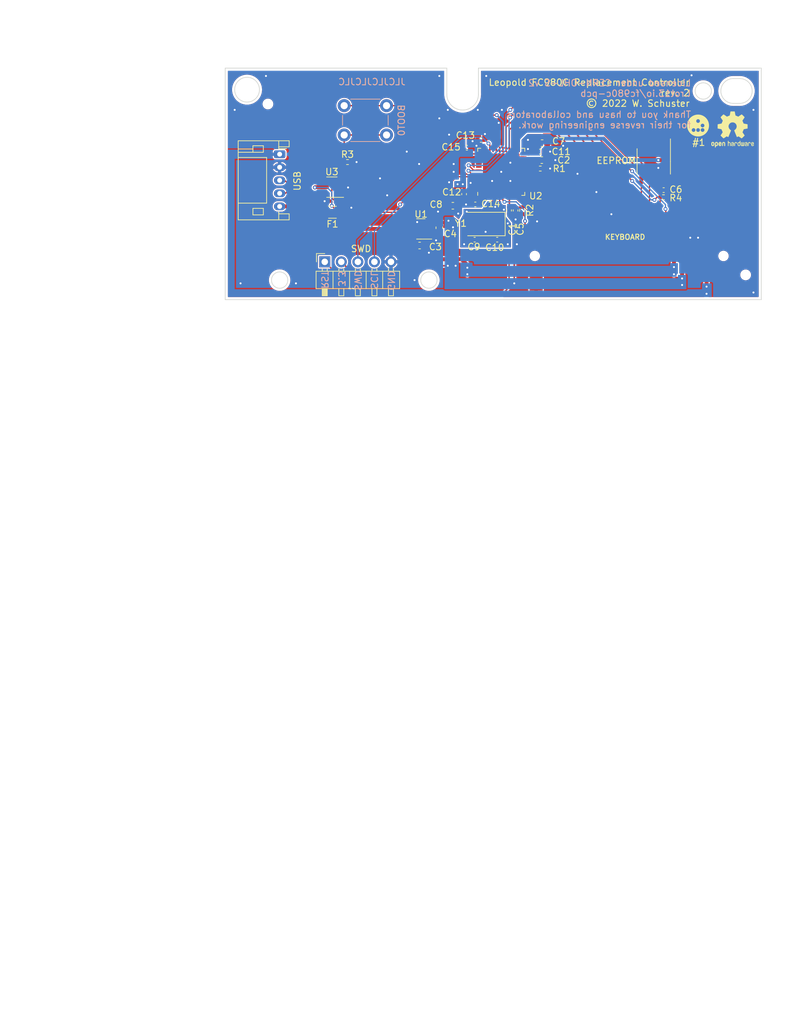
<source format=kicad_pcb>
(kicad_pcb (version 20211014) (generator pcbnew)
  (title_block (title "Leopold FC980C Replacement Controller") (rev "2") (company "Wilhelm Schuster") (comment 1 "Licensed under CERN-OHL-S V2"))
  (layers (0 "F.Cu" mixed) (31 "B.Cu" mixed) (34 "B.Paste" user) (35 "F.Paste" user) (36 "B.SilkS" user "B.Silkscreen") (37 "F.SilkS" user "F.Silkscreen") (38 "B.Mask" user) (39 "F.Mask" user) (44 "Edge.Cuts" user))
  (net 0 "")
  (net 1 "GND")
  (net 2 "VDDA")
  (net 3 "+5V")
  (net 4 "XTAL_IN")
  (net 5 "VBUS")
  (net 6 "~{RESET}")
  (net 7 "SWDIO")
  (net 8 "SWCLK")
  (net 9 "D_USB_P")
  (net 10 "D_USB_N")
  (net 11 "FG")
  (net 12 "KEY_HYS")
  (net 13 "KEY_STATE")
  (net 14 "I2C_SCL")
  (net 15 "I2C_SDA")
  (net 16 "COL_BIT3")
  (net 17 "COL_BIT2")
  (net 18 "COL_BIT1")
  (net 19 "COL_BIT0")
  (net 20 "ROW_BIT2")
  (net 21 "ROW_BIT1")
  (net 22 "ROW_BIT0")
  (net 23 "KEY_ENABLE")
  (net 24 "LED_NUM")
  (net 25 "LED_CAPS")
  (net 26 "LED_SCRL")
  (net 27 "D_P")
  (net 28 "BOOT0")
  (net 29 "D_N")
  (net 31 "XTAL_OUT")
  (net 43 "/BOOT1")
  (net 45 "/VCAP1")
  (footprint "Symbol:OSHW-Logo2_7.3x6mm_SilkScreen" (layer "F.Cu") (at 152.6 44.9)
    (fp_text reference "LOGO1" hide)
    (fp_text value "Logo_Open_Hardware_Small" hide)
  )
  (footprint "Capacitor_SMD:C_0603_1608Metric" (layer "F.Cu") (at 109.675 56.6)
    (fp_text reference "C8")
    (fp_text value "1uF")
  )
  (footprint "Capacitor_SMD:C_0402_1005Metric" (layer "F.Cu") (at 113.02 61.8 180)
    (fp_text reference "C9")
    (fp_text value "20pF")
  )
  (footprint "additional:JLC_tooling_hole" (layer "F.Cu") (at 81.3 41)
    (fp_text reference "H2" hide)
    (fp_text value "JLC tooling hole")
  )
  (footprint "Capacitor_SMD:C_0603_1608Metric" (layer "F.Cu") (at 107.6 59.975 -90)
    (fp_text reference "C4")
    (fp_text value "1uF")
  )
  (footprint "Resistor_SMD:R_0402_1005Metric" (layer "F.Cu") (at 93.51 49.9)
    (fp_text reference "R3")
    (fp_text value "10k")
  )
  (footprint "Crystal:Crystal_SMD_5032-2Pin_5.0x3.2mm" (layer "F.Cu") (at 114.65 59.4 180)
    (fp_text reference "Y1")
    (fp_text value "8MHz Cl 20pF")
  )
  (footprint "additional:JLC_tooling_hole" (layer "F.Cu") (at 154.6 67.2)
    (fp_text reference "H1" hide)
    (fp_text value "JLC tooling hole")
  )
  (footprint "Capacitor_SMD:C_0402_1005Metric" (layer "F.Cu") (at 113.98 46.5)
    (fp_text reference "C13")
    (fp_text value "100nF")
  )
  (footprint "Package_TO_SOT_SMD:SOT-23" (layer "F.Cu") (at 104.7625 60.15 180)
    (fp_text reference "U1")
    (fp_text value "XC6206P332MR")
  )
  (footprint "Capacitor_SMD:C_0402_1005Metric" (layer "F.Cu") (at 142.02 54.2 180)
    (fp_text reference "C6")
    (fp_text value "100nF")
  )
  (footprint "Capacitor_SMD:C_0402_1005Metric" (layer "F.Cu") (at 118.3 57.32 -90)
    (fp_text reference "C1")
    (fp_text value "1uF")
  )
  (footprint "Capacitor_SMD:C_0402_1005Metric" (layer "F.Cu") (at 111.4 54.82 -90)
    (fp_text reference "C12")
    (fp_text value "100nF")
  )
  (footprint "Capacitor_SMD:C_0603_1608Metric" (layer "F.Cu") (at 123.375 47)
    (fp_text reference "C7")
    (fp_text value "10uF")
  )
  (footprint "Capacitor_SMD:C_0402_1005Metric" (layer "F.Cu") (at 113.12 56.4 180)
    (fp_text reference "C14")
    (fp_text value "100nF")
  )
  (footprint "Resistor_SMD:R_0402_1005Metric" (layer "F.Cu") (at 120.3 57.31 -90)
    (fp_text reference "R2")
    (fp_text value "10k")
  )
  (footprint "Capacitor_SMD:C_0603_1608Metric" (layer "F.Cu") (at 104.575 62.7)
    (fp_text reference "C3")
    (fp_text value "1uF")
  )
  (footprint "Capacitor_SMD:C_0402_1005Metric" (layer "F.Cu") (at 116.48 61.8)
    (fp_text reference "C10")
    (fp_text value "20pF")
  )
  (footprint "Capacitor_SMD:C_0402_1005Metric" (layer "F.Cu") (at 119.3 57.32 -90)
    (fp_text reference "C5")
    (fp_text value "100nF")
  )
  (footprint "Fuse:Fuse_1206_3216Metric" (layer "F.Cu") (at 91.2 57.6 180)
    (fp_text reference "F1")
    (fp_text value "500mA")
  )
  (footprint "Package_TO_SOT_SMD:SOT-23-6" (layer "F.Cu") (at 91.1125 53.75 180)
    (fp_text reference "U3")
    (fp_text value "USBLC6-2SC6")
  )
  (footprint "Capacitor_SMD:C_0402_1005Metric" (layer "F.Cu") (at 123.08 48.3)
    (fp_text reference "C11")
    (fp_text value "100nF")
  )
  (footprint "Capacitor_SMD:C_0603_1608Metric" (layer "F.Cu") (at 123.325 49.6)
    (fp_text reference "C2")
    (fp_text value "4.7uF")
  )
  (footprint "Connector_PinHeader_2.54mm:PinHeader_1x05_P2.54mm_Horizontal" (layer "F.Cu") (at 90.02 73.4 90)
    (fp_text reference "J1" hide)
    (fp_text value "SWD")
  )
  (footprint "Connector_JST:JST_PH_S5B-PH-K_1x05_P2.00mm_Horizontal" (layer "F.Cu") (at 83.1 48.7 -90)
    (fp_text reference "J2" hide)
    (fp_text value "USB")
  )
  (footprint "Package_SO:SOIC-8_3.9x4.9mm_P1.27mm" (layer "F.Cu") (at 140.5 49.8 -90)
    (fp_text reference "U4" hide)
    (fp_text value "M24C64-RMN6TP")
  )
  (footprint "additional:HRS_DF14_20P" (layer "F.Cu") (at 136.1 66.7 180)
    (fp_text reference "J3")
    (fp_text value "KEYBOARD")
  )
  (footprint "additional:logo" (layer "F.Cu") (at 147.3 44.3)
    (fp_text reference "G***" hide)
    (fp_text value "LOGO" hide)
  )
  (footprint "Resistor_SMD:R_0402_1005Metric" (layer "F.Cu") (at 123.09 50.9)
    (fp_text reference "R1")
    (fp_text value "10k")
  )
  (footprint "Resistor_SMD:R_0402_1005Metric" (layer "F.Cu") (at 141.99 55.3 180)
    (fp_text reference "R4")
    (fp_text value "10k")
  )
  (footprint "Package_DFN_QFN:QFN-48-1EP_7x7mm_P0.5mm_EP5.6x5.6mm" (layer "F.Cu") (at 117.1 51.4 90)
    (fp_text reference "U2")
    (fp_text value "STM32F401CBUx")
  )
  (footprint "Capacitor_SMD:C_0402_1005Metric" (layer "F.Cu") (at 111.82 47.7 180)
    (fp_text reference "C15")
    (fp_text value "100nF")
  )
  (footprint "Button_Switch_THT:SW_PUSH_6mm" (layer "B.Cu") (at 99.5 41.25 180)
    (fp_text reference "SW1")
    (fp_text value "BOOT0")
  )
  (gr_circle (center 106 68) (end 107.25 68) (layer "Edge.Cuts") (width 0.1) (fill none))
  (gr_line (start 108.75 35.5) (end 74.75 35.5) (layer "Edge.Cuts") (width 0.1))
  (gr_circle (center 78.1 38.8) (end 80 38.8) (layer "Edge.Cuts") (width 0.1) (fill none))
  (gr_line (start 108.75 35.5) (end 108.75 39.5) (layer "Edge.Cuts") (width 0.1))
  (gr_line (start 74.75 71) (end 157 71) (layer "Edge.Cuts") (width 0.1))
  (gr_circle (center 83.1 68) (end 84.35 68) (layer "Edge.Cuts") (width 0.1) (fill none))
  (gr_line (start 153.7 40.9) (end 152.7 40.9) (layer "Edge.Cuts") (width 0.1))
  (gr_line (start 74.75 35.5) (end 74.75 71) (layer "Edge.Cuts") (width 0.1))
  (gr_line (start 152.7 37.1) (end 153.7 37.1) (layer "Edge.Cuts") (width 0.1))
  (gr_arc (start 152.7 40.9) (mid 150.8 39) (end 152.7 37.1) (layer "Edge.Cuts") (width 0.1))
  (gr_circle (center 148.1 39) (end 149.35 39) (layer "Edge.Cuts") (width 0.1) (fill none))
  (gr_arc (start 153.7 37.1) (mid 155.6 39) (end 153.7 40.9) (layer "Edge.Cuts") (width 0.1))
  (gr_line (start 113.6 35.5) (end 157 35.5) (layer "Edge.Cuts") (width 0.1))
  (gr_line (start 113.6 39.5) (end 113.6 35.5) (layer "Edge.Cuts") (width 0.1))
  (gr_arc (start 113.6 39.5) (mid 111.175 41.925) (end 108.75 39.5) (layer "Edge.Cuts") (width 0.1))
  (gr_line (start 157 71) (end 157 35.5) (layer "Edge.Cuts") (width 0.1))
  (gr_text "Licensed under CERN-OHL-S v2\nl.rot13.io/fc980c-pcb\n\nThank you to hasu and collaborators\nfor their reverse engineering work." (at 146.3 41) (layer "B.SilkS") (effects (font (size 1 1)) (justify left mirror)))
  (gr_text "3.3\n" (at 92.6 66.5 270) (layer "B.SilkS") (effects (font (size 1 1)) (justify right mirror)))
  (gr_text "SCL" (at 97.6 66.5 270) (layer "B.SilkS") (effects (font (size 1 1)) (justify right mirror)))
  (gr_text "RST\n" (at 90 66.5 270) (layer "B.SilkS") (effects (font (size 1 1)) (justify right mirror)))
  (gr_text "SWD" (at 95.1 66.4 270) (layer "B.SilkS") (effects (font (size 1 1)) (justify right mirror)))
  (gr_text "JLCJLCJLCJLC" (at 102.5 37.6) (layer "B.SilkS") (effects (font (size 1 1)) (justify left mirror)))
  (gr_text "GND" (at 100.2 66.45 270) (layer "B.SilkS") (effects (font (size 1 1)) (justify right mirror)))
  (gr_text "#1" (at 147.4 46.9) (layer "F.SilkS") (effects (font (size 1 1))))
  (gr_text "Leopold FC980C Replacement Controller\nrev. 2\n© 2022 W. Schuster" (at 146.1 39.3) (layer "F.SilkS") (effects (font (size 1 1)) (justify right)))
  (segment (start 147.35 61.55) (end 147.3 61.5) (width 0.6) (layer "F.Cu") (net 1))
  (segment (start 115.7 51.4) (end 117.1 51.4) (width 0.25) (layer "F.Cu") (net 1))
  (segment (start 141.135 53.795) (end 141.54 54.2) (width 0.2) (layer "F.Cu") (net 1))
  (segment (start 117.1 51.4) (end 118.5 50) (width 0.25) (layer "F.Cu") (net 1))
  (segment (start 92.25 53.75) (end 93.55 53.75) (width 0.6) (layer "F.Cu") (net 1))
  (segment (start 115.7 51.4) (end 114.85 50.55) (width 0.25) (layer "F.Cu") (net 1))
  (segment (start 141.135 52.275) (end 141.135 53.795) (width 0.2) (layer "F.Cu") (net 1))
  (segment (start 114.85 53.65) (end 113.6625 53.65) (width 0.25) (layer "F.Cu") (net 1))
  (segment (start 117.1 51.4) (end 117.85 52.15) (width 0.25) (layer "F.Cu") (net 1))
  (segment (start 146.1 63.2) (end 146.1 61.5) (width 0.6) (layer "F.Cu") (net 1))
  (segment (start 147.35 63.2) (end 147.35 61.55) (width 0.6) (layer "F.Cu") (net 1))
  (segment (start 117.85 52.15) (end 117.85 54.8375) (width 0.25) (layer "F.Cu") (net 1))
  (segment (start 114.85 50.55) (end 114.85 47.9625) (width 0.25) (layer "F.Cu") (net 1))
  (segment (start 115.7 52.8) (end 114.85 53.65) (width 0.25) (layer "F.Cu") (net 1))
  (segment (start 115.7 52.8) (end 115.7 51.4) (width 0.25) (layer "F.Cu") (net 1))
  (segment (start 119.35 49.15) (end 120.5375 49.15) (width 0.25) (layer "F.Cu") (net 1))
  (segment (start 93.55 53.75) (end 93.6 53.8) (width 0.6) (layer "F.Cu") (net 1))
  (segment (start 118.5 50) (end 119.35 49.15) (width 0.25) (layer "F.Cu") (net 1))
  (via (at 102.6 48.3) (size 0.6) (drill 0.3) (layers "F.Cu" "B.Cu") (net 1))
  (via (at 98.5 52.4) (size 0.6) (drill 0.3) (layers "F.Cu" "B.Cu") (net 1))
  (via (at 106 63.8) (size 0.6) (drill 0.3) (layers "F.Cu" "B.Cu") (net 1))
  (via (at 124.6 48.3) (size 0.6) (drill 0.3) (layers "F.Cu" "B.Cu") (net 1))
  (via (at 118.5 50) (size 0.6) (drill 0.3) (layers "F.Cu" "B.Cu") (net 1))
  (via (at 85.6 68.5) (size 0.6) (drill 0.3) (layers "F.Cu" "B.Cu") (net 1))
  (via (at 117.1 51.4) (size 0.6) (drill 0.3) (layers "F.Cu" "B.Cu") (net 1))
  (via (at 94.1 56.9) (size 0.6) (drill 0.3) (layers "F.Cu" "B.Cu") (net 1))
  (via (at 107.6 36.7) (size 0.6) (drill 0.3) (layers "F.Cu" "B.Cu") (net 1))
  (via (at 109.1 53) (size 0.6) (drill 0.3) (layers "F.Cu" "B.Cu") (net 1))
  (via (at 107.1 61.9) (size 0.6) (drill 0.3) (layers "F.Cu" "B.Cu") (net 1))
  (via (at 114.6 45.6) (size 0.6) (drill 0.3) (layers "F.Cu" "B.Cu") (net 1))
  (via (at 155.8 69.9) (size 0.6) (drill 0.3) (layers "F.Cu" "B.Cu") (net 1))
  (via (at 147.3 61.5) (size 0.6) (drill 0.3) (layers "F.Cu" "B.Cu") (net 1))
  (via (at 124.6 50.9) (size 0.6) (drill 0.3) (layers "F.Cu" "B.Cu") (net 1))
  (via (at 146.3 36.6) (size 0.6) (drill 0.3) (layers "F.Cu" "B.Cu") (net 1))
  (via (at 76.2 41.9) (size 0.6) (drill 0.3) (layers "F.Cu" "B.Cu") (net 1))
  (via (at 90 55.9) (size 0.6) (drill 0.3) (layers "F.Cu" "B.Cu") (net 1))
  (via (at 116.176089 56.776089) (size 0.6) (drill 0.3) (layers "F.Cu" "B.Cu") (net 1))
  (via (at 77.1 68.5) (size 0.6) (drill 0.3) (layers "F.Cu" "B.Cu") (net 1))
  (via (at 93.6 53.8) (size 0.6) (drill 0.3) (layers "F.Cu" "B.Cu") (net 1))
  (via (at 118.1 62.5) (size 0.6) (drill 0.3) (layers "F.Cu" "B.Cu") (net 1))
  (via (at 117.2 41.9) (size 0.6) (drill 0.3) (layers "F.Cu" "B.Cu") (net 1))
  (via (at 146.1 61.5) (size 0.6) (drill 0.3) (layers "F.Cu" "B.Cu") (net 1))
  (via (at 104.2 59.1) (size 0.6) (drill 0.3) (layers "F.Cu" "B.Cu") (net 1))
  (via (at 116.708411 43.891589) (size 0.6) (drill 0.3) (layers "F.Cu" "B.Cu") (net 1))
  (via (at 94.9 49.9) (size 0.6) (drill 0.3) (layers "F.Cu" "B.Cu") (net 1))
  (via (at 112.4 53.1) (size 0.6) (drill 0.3) (layers "F.Cu" "B.Cu") (net 1))
  (via (at 117.5 57.2) (size 0.6) (drill 0.3) (layers "F.Cu" "B.Cu") (net 1))
  (via (at 103.8 68) (size 0.6) (drill 0.3) (layers "F.Cu" "B.Cu") (net 1))
  (via (at 118.5 52.8) (size 0.6) (drill 0.3) (layers "F.Cu" "B.Cu") (net 1))
  (via (at 107.4 57.5) (size 0.6) (drill 0.3) (layers "F.Cu" "B.Cu") (net 1))
  (via (at 119.3 58.7) (size 0.6) (drill 0.3) (layers "F.Cu" "B.Cu") (net 1))
  (via (at 141.2 50.8) (size 0.6) (drill 0.3) (layers "F.Cu" "B.Cu") (net 1))
  (via (at 115.7 52.8) (size 0.6) (drill 0.3) (layers "F.Cu" "B.Cu") (net 1))
  (via (at 128.8 51.7) (size 0.6) (drill 0.3) (layers "F.Cu" "B.Cu") (net 1))
  (via (at 111.4 62.5) (size 0.6) (drill 0.3) (layers "F.Cu" "B.Cu") (net 1))
  (via (at 125.4 49.6) (size 0.6) (drill 0.3) (layers "F.Cu" "B.Cu") (net 1))
  (via (at 111.7 56.4) (size 0.6) (drill 0.3) (layers "F.Cu" "B.Cu") (net 1))
  (via (at 104.5 50.2) (size 0.6) (drill 0.3) (layers "F.Cu" "B.Cu") (net 1))
  (via (at 107.6 43.2) (size 0.6) (drill 0.3) (layers "F.Cu" "B.Cu") (net 1))
  (via (at 109.8 51.4) (size 0.6) (drill 0.3) (layers "F.Cu" "B.Cu") (net 1))
  (via (at 122.6 59) (size 0.6) (drill 0.3) (layers "F.Cu" "B.Cu") (net 1))
  (via (at 114.8 36.7) (size 0.6) (drill 0.3) (layers "F.Cu" "B.Cu") (net 1))
  (via (at 118.1 59.3) (size 0.6) (drill 0.3) (layers "F.Cu" "B.Cu") (net 1))
  (via (at 155.8 41.9) (size 0.6) (drill 0.3) (layers "F.Cu" "B.Cu") (net 1))
  (via (at 110.5 57.8) (size 0.6) (drill 0.3) (layers "F.Cu" "B.Cu") (net 1))
  (via (at 109.8 50.2) (size 0.6) (drill 0.3) (layers "F.Cu" "B.Cu") (net 1))
  (via (at 81 36.7) (size 0.6) (drill 0.3) (layers "F.Cu" "B.Cu") (net 1))
  (via (at 111.8 57.5) (size 0.6) (drill 0.3) (layers "F.Cu" "B.Cu") (net 1))
  (via (at 131.7 54.5) (size 0.6) (drill 0.3) (layers "F.Cu" "B.Cu") (net 1))
  (via (at 114.7 60.6) (size 0.6) (drill 0.3) (layers "F.Cu" "B.Cu") (net 1))
  (via (at 126.6 47.4) (size 0.6) (drill 0.3) (layers "F.Cu" "B.Cu") (net 1))
  (via (at 109.1 45.7) (size 0.6) (drill 0.3) (layers "F.Cu" "B.Cu") (net 1))
  (via (at 108.9 41.9) (size 0.6) (drill 0.3) (layers "F.Cu" "B.Cu") (net 1))
  (via (at 99.6 55) (size 0.6) (drill 0.3) (layers "F.Cu" "B.Cu") (net 1))
  (via (at 134 57.9) (size 0.6) (drill 0.3) (layers "F.Cu" "B.Cu") (net 1))
  (via (at 119.5 62.5) (size 0.6) (drill 0.3) (layers "F.Cu" "B.Cu") (net 1))
  (via (at 113.5 41.9) (size 0.6) (drill 0.3) (layers "F.Cu" "B.Cu") (net 1))
  (segment (start 116.1 56.7) (end 116.1 55.1) (width 0.6) (layer "B.Cu") (net 1))
  (segment (start 116.176089 56.776089) (end 116.1 56.7) (width 0.6) (layer "B.Cu") (net 1))
  (segment (start 108.2 42.7) (end 116.4 42.7) (width 0.2) (layer "F.Cu") (net 2))
  (segment (start 121.5 62.8) (end 119.1 65.2) (width 0.25) (layer "F.Cu") (net 2))
  (segment (start 114.35 54.8375) (end 114.35 55.65) (width 0.25) (layer "F.Cu") (net 2))
  (segment (start 113.6625 54.15) (end 112.75 54.15) (width 0.25) (layer "F.Cu") (net 2))
  (segment (start 102.7 67) (end 94.36 67) (width 0.25) (layer "F.Cu") (net 2))
  (segment (start 93 41.25) (end 99.5 41.25) (width 0.2) (layer "F.Cu") (net 2))
  (segment (start 94.36 67) (end 92.56 65.2) (width 0.25) (layer "F.Cu") (net 2))
  (segment (start 142.5 49.6) (end 144.85 51.95) (width 0.6) (layer "F.Cu") (net 2))
  (segment (start 120.26 56.84) (end 120.3 56.8) (width 0.25) (layer "F.Cu") (net 2))
  (segment (start 118.35 54.8375) (end 118.35 56.79) (width 0.25) (layer "F.Cu") (net 2))
  (segment (start 108.9 65.8) (end 103.9 65.8) (width 0.25) (layer "F.Cu") (net 2))
  (segment (start 120.3 56.8) (end 120.7 56.8) (width 0.25) (layer "F.Cu") (net 2))
  (segment (start 118.35 56.79) (end 118.3 56.84) (width 0.25) (layer "F.Cu") (net 2))
  (segment (start 103.9 65.8) (end 102.7 67) (width 0.25) (layer "F.Cu") (net 2))
  (segment (start 106.75 41.25) (end 108.2 42.7) (width 0.2) (layer "F.Cu") (net 2))
  (segment (start 108.9 65.8) (end 110.1 65.8) (width 0.25) (layer "F.Cu") (net 2))
  (segment (start 141.2 49.6) (end 142.5 49.6) (width 0.6) (layer "F.Cu") (net 2))
  (segment (start 121.5 57.6) (end 121.5 62.8) (width 0.25) (layer "F.Cu") (net 2))
  (segment (start 118.3 56.84) (end 119.3 56.84) (width 0.25) (layer "F.Cu") (net 2))
  (segment (start 119.3 56.84) (end 120.26 56.84) (width 0.25) (layer "F.Cu") (net 2))
  (segment (start 99.5 41.25) (end 106.75 41.25) (width 0.2) (layer "F.Cu") (net 2))
  (segment (start 144.85 51.95) (end 144.85 63.2) (width 0.6) (layer "F.Cu") (net 2))
  (segment (start 144.85 68.75) (end 144.85 63.2) (width 0.6) (layer "F.Cu") (net 2))
  (segment (start 114.35 55.65) (end 113.6 56.4) (width 0.25) (layer "F.Cu") (net 2))
  (segment (start 119.1 65.2) (end 119.1 68.5) (width 0.25) (layer "F.Cu") (net 2))
  (segment (start 120.7 56.8) (end 121.5 57.6) (width 0.25) (layer "F.Cu") (net 2))
  (via (at 119.1 68.5) (size 0.6) (drill 0.3) (layers "F.Cu" "B.Cu") (net 2))
  (via (at 113.3 47.4) (size 0.6) (drill 0.3) (layers "F.Cu" "B.Cu") (net 2))
  (via (at 144.85 68.75) (size 0.6) (drill 0.3) (layers "F.Cu" "B.Cu") (net 2))
  (via (at 110.4 53.3) (size 0.6) (drill 0.3) (layers "F.Cu" "B.Cu") (net 2))
  (via (at 108.9 65.8) (size 0.6) (drill 0.3) (layers "F.Cu" "B.Cu") (net 2))
  (via (at 109.7 59.9) (size 0.6) (drill 0.3) (layers "F.Cu" "B.Cu") (net 2))
  (via (at 112.7 46.7) (size 0.6) (drill 0.3) (layers "F.Cu" "B.Cu") (net 2))
  (via (at 144.85 67.75) (size 0.6) (drill 0.3) (layers "F.Cu" "B.Cu") (net 2))
  (via (at 109 58.9) (size 0.6) (drill 0.3) (layers "F.Cu" "B.Cu") (net 2))
  (via (at 110.1 65.8) (size 0.6) (drill 0.3) (layers "F.Cu" "B.Cu") (net 2))
  (via (at 121.2 46.5) (size 0.6) (drill 0.3) (layers "F.Cu" "B.Cu") (net 2))
  (via (at 141.2 49.6) (size 0.6) (drill 0.3) (layers "F.Cu" "B.Cu") (net 2))
  (via (at 121.2 47.9) (size 0.6) (drill 0.3) (layers "F.Cu" "B.Cu") (net 2))
  (via (at 111.2 53.3) (size 0.6) (drill 0.3) (layers "F.Cu" "B.Cu") (net 2))
  (via (at 116.4 42.7) (size 0.6) (drill 0.3) (layers "F.Cu" "B.Cu") (net 2))
  (segment (start 115.333274 49.4) (end 115.3 49.4) (width 0.25) (layer "B.Cu") (net 2))
  (segment (start 141.2 49.6) (end 136.1 49.6) (width 0.6) (layer "B.Cu") (net 2))
  (segment (start 117.375 43.675) (end 117.375 47.358274) (width 0.25) (layer "B.Cu") (net 2))
  (segment (start 116.4 42.7) (end 117.375 43.675) (width 0.25) (layer "B.Cu") (net 2))
  (segment (start 117.375 47.358274) (end 115.333274 49.4) (width 0.25) (layer "B.Cu") (net 2))
  (segment (start 132.8 46.3) (end 124.2 46.3) (width 0.6) (layer "B.Cu") (net 2))
  (segment (start 136.1 49.6) (end 132.8 46.3) (width 0.6) (layer "B.Cu") (net 2))
  (segment (start 143.6 63.2) (end 143.6 56.4) (width 0.6) (layer "F.Cu") (net 3))
  (segment (start 92.6 57.6) (end 92.1 57.6) (width 0.2) (layer "F.Cu") (net 3))
  (segment (start 104.6 64.8) (end 111 64.8) (width 0.6) (layer "F.Cu") (net 3))
  (segment (start 88.55 53.75) (end 88.5 53.8) (width 0.6) (layer "F.Cu") (net 3))
  (segment (start 142.5 54.2) (end 142.5 52.37) (width 0.6) (layer "F.Cu") (net 3))
  (segment (start 103.825 60.15) (end 103.825 62.675) (width 0.6) (layer "F.Cu") (net 3))
  (segment (start 111.9 65.7) (end 111.9 66.1) (width 0.6) (layer "F.Cu") (net 3))
  (segment (start 95.15 60.15) (end 103.825 60.15) (width 0.6) (layer "F.Cu") (net 3))
  (segment (start 103.825 62.675) (end 103.8 62.7) (width 0.6) (layer "F.Cu") (net 3))
  (segment (start 111 64.8) (end 111.9 65.7) (width 0.6) (layer "F.Cu") (net 3))
  (segment (start 103.8 62.7) (end 103.8 64) (width 0.6) (layer "F.Cu") (net 3))
  (segment (start 143.6 56.4) (end 142.5 55.3) (width 0.6) (layer "F.Cu") (net 3))
  (segment (start 92.1 57.6) (end 91.1 56.6) (width 0.2) (layer "F.Cu") (net 3))
  (segment (start 92.6 57.6) (end 95.15 60.15) (width 0.6) (layer "F.Cu") (net 3))
  (segment (start 143.6 63.2) (end 143.6 67.1) (width 0.6) (layer "F.Cu") (net 3))
  (segment (start 89.975 53.75) (end 88.55 53.75) (width 0.6) (layer "F.Cu") (net 3))
  (segment (start 111.9 66.1) (end 111.9 67.1) (width 0.6) (layer "F.Cu") (net 3))
  (segment (start 103.8 64) (end 104.6 64.8) (width 0.6) (layer "F.Cu") (net 3))
  (segment (start 142.5 52.37) (end 142.405 52.275) (width 0.6) (layer "F.Cu") (net 3))
  (segment (start 142.5 55.3) (end 142.5 54.2) (width 0.6) (layer "F.Cu") (net 3))
  (via (at 91.1 56.6) (size 0.6) (drill 0.3) (layers "F.Cu" "B.Cu") (net 3))
  (via (at 111.9 66.1) (size 0.6) (drill 0.3) (layers "F.Cu" "B.Cu") (net 3))
  (via (at 88.5 53.8) (size 0.6) (drill 0.3) (layers "F.Cu" "B.Cu") (net 3))
  (via (at 143.6 67.1) (size 0.6) (drill 0.3) (layers "F.Cu" "B.Cu") (net 3))
  (via (at 111.9 67.1) (size 0.6) (drill 0.3) (layers "F.Cu" "B.Cu") (net 3))
  (via (at 143.6 66) (size 0.6) (drill 0.3) (layers "F.Cu" "B.Cu") (net 3))
  (segment (start 91.1 54.5) (end 90.4 53.8) (width 0.2) (layer "B.Cu") (net 3))
  (segment (start 91.1 56.6) (end 91.1 54.5) (width 0.2) (layer "B.Cu") (net 3))
  (segment (start 90.4 53.8) (end 88.5 53.8) (width 0.2) (layer "B.Cu") (net 3))
  (segment (start 116.35 55.287652) (end 112.9 58.737652) (width 0.2) (layer "F.Cu") (net 4))
  (segment (start 113.5 61.8) (end 113.5 60) (width 0.2) (layer "F.Cu") (net 4))
  (segment (start 112.9 58.737652) (end 112.9 59.4) (width 0.2) (layer "F.Cu") (net 4))
  (segment (start 113.5 60) (end 112.9 59.4) (width 0.2) (layer "F.Cu") (net 4))
  (segment (start 116.35 54.8375) (end 116.35 55.287652) (width 0.2) (layer "F.Cu") (net 4))
  (segment (start 88.9 56.7) (end 89.8 57.6) (width 0.6) (layer "F.Cu") (net 5))
  (segment (start 83.1 56.7) (end 88.9 56.7) (width 0.6) (layer "F.Cu") (net 5))
  (segment (start 120.75 62.5) (end 118.3 64.95) (width 0.2) (layer "F.Cu") (net 6))
  (segment (start 118.3 64.95) (end 118.3 69.1) (width 0.2) (layer "F.Cu") (net 6))
  (segment (start 117.3 70.1) (end 94.92 70.1) (width 0.2) (layer "F.Cu") (net 6))
  (segment (start 117.35 55.75) (end 117.6 56) (width 0.2) (layer "F.Cu") (net 6))
  (segment (start 117.35 54.8375) (end 117.35 55.75) (width 0.2) (layer "F.Cu") (net 6))
  (segment (start 94.92 70.1) (end 90.02 65.2) (width 0.2) (layer "F.Cu") (net 6))
  (segment (start 120.75 58.27) (end 120.3 57.82) (width 0.2) (layer "F.Cu") (net 6))
  (segment (start 118.3 69.1) (end 117.3 70.1) (width 0.2) (layer "F.Cu") (net 6))
  (segment (start 120.75 58.95) (end 120.75 62.5) (width 0.2) (layer "F.Cu") (net 6))
  (segment (start 120.75 58.95) (end 120.75 58.27) (width 0.2) (layer "F.Cu") (net 6))
  (via (at 120.75 58.95) (size 0.6) (drill 0.3) (layers "F.Cu" "B.Cu") (net 6))
  (via (at 117.6 56) (size 0.6) (drill 0.3) (layers "F.Cu" "B.Cu") (net 6))
  (segment (start 120.75 58.95) (end 120.75 57.35) (width 0.2) (layer "B.Cu") (net 6))
  (segment (start 119.4 56) (end 117.6 56) (width 0.2) (layer "B.Cu") (net 6))
  (segment (start 120.75 57.35) (end 119.4 56) (width 0.2) (layer "B.Cu") (net 6))
  (segment (start 115.35 47.9625) (end 115.35 47.260452) (width 0.2) (layer "F.Cu") (net 7))
  (segment (start 115.35 47.260452) (end 115.145305 47.055757) (width 0.2) (layer "F.Cu") (net 7))
  (via (at 115.145305 47.055757) (size 0.6) (drill 0.3) (layers "F.Cu" "B.Cu") (net 7))
  (segment (start 100.6 56.4) (end 110.9 46.1) (width 0.2) (layer "B.Cu") (net 7))
  (segment (start 95.1 61.9) (end 95.1 65.2) (width 0.2) (layer "B.Cu") (net 7))
  (segment (start 114.2 46.1) (end 115.145305 47.045305) (width 0.2) (layer "B.Cu") (net 7))
  (segment (start 100.6 56.4) (end 95.1 61.9) (width 0.2) (layer "B.Cu") (net 7))
  (segment (start 110.9 46.1) (end 114.2 46.1) (width 0.2) (layer "B.Cu") (net 7))
  (segment (start 115.145305 47.045305) (end 115.145305 47.055757) (width 0.2) (layer "B.Cu") (net 7))
  (segment (start 101.6 56.4) (end 109.35 48.65) (width 0.2) (layer "F.Cu") (net 8))
  (segment (start 109.35 48.65) (end 113.6625 48.65) (width 0.2) (layer "F.Cu") (net 8))
  (via (at 101.6 56.4) (size 0.6) (drill 0.3) (layers "F.Cu" "B.Cu") (net 8))
  (segment (start 97.64 60.46) (end 97.64 65.2) (width 0.2) (layer "B.Cu") (net 8))
  (segment (start 101.6 56.4) (end 101.6 56.5) (width 0.2) (layer "B.Cu") (net 8))
  (segment (start 101.6 56.5) (end 97.64 60.46) (width 0.2) (layer "B.Cu") (net 8))
  (segment (start 87.8 53.975001) (end 84.7 53.975) (width 0.2) (layer "F.Cu") (net 9))
  (segment (start 89.975 54.7) (end 89.625 54.35) (width 0.2) (layer "F.Cu") (net 9))
  (segment (start 88.78995 54.5) (end 88.21005 54.5) (width 0.2) (layer "F.Cu") (net 9))
  (segment (start 88.93995 54.35) (end 88.78995 54.5) (width 0.2) (layer "F.Cu") (net 9))
  (segment (start 83.975 54.7) (end 83.1 54.7) (width 0.2) (layer "F.Cu") (net 9))
  (segment (start 88.21005 54.5) (end 87.8 54.08995) (width 0.2) (layer "F.Cu") (net 9))
  (segment (start 84.7 53.975) (end 83.975 54.7) (width 0.2) (layer "F.Cu") (net 9))
  (segment (start 87.8 54.08995) (end 87.8 53.975001) (width 0.2) (layer "F.Cu") (net 9))
  (segment (start 89.625 54.35) (end 88.93995 54.35) (width 0.2) (layer "F.Cu") (net 9))
  (segment (start 88.78995 53.1) (end 88.21005 53.1) (width 0.2) (layer "F.Cu") (net 10))
  (segment (start 83.875 52.7) (end 83.1 52.7) (width 0.2) (layer "F.Cu") (net 10))
  (segment (start 88.83995 53.15) (end 88.78995 53.1) (width 0.2) (layer "F.Cu") (net 10))
  (segment (start 84.7 53.525) (end 83.875 52.7) (width 0.2) (layer "F.Cu") (net 10))
  (segment (start 89.975 52.8) (end 89.625 53.15) (width 0.2) (layer "F.Cu") (net 10))
  (segment (start 87.8 53.51005) (end 87.8 53.524999) (width 0.2) (layer "F.Cu") (net 10))
  (segment (start 88.21005 53.1) (end 87.8 53.51005) (width 0.2) (layer "F.Cu") (net 10))
  (segment (start 87.8 53.524999) (end 84.7 53.525) (width 0.2) (layer "F.Cu") (net 10))
  (segment (start 89.625 53.15) (end 88.83995 53.15) (width 0.2) (layer "F.Cu") (net 10))
  (segment (start 148.6 70.1) (end 148.6 63.2) (width 0.6) (layer "F.Cu") (net 11))
  (via (at 148.6 70.1) (size 0.6) (drill 0.3) (layers "F.Cu" "B.Cu") (net 11))
  (via (at 148.6 69) (size 0.6) (drill 0.3) (layers "F.Cu" "B.Cu") (net 11))
  (segment (start 137.188659 51.311341) (end 137.111341 51.311341) (width 0.2) (layer "F.Cu") (net 12))
  (segment (start 137.111341 51.311341) (end 127.8 42) (width 0.2) (layer "F.Cu") (net 12))
  (segment (start 120.4 42) (end 117.85 44.55) (width 0.2) (layer "F.Cu") (net 12))
  (segment (start 117.85 44.55) (end 117.85 47.9625) (width 0.2) (layer "F.Cu") (net 12))
  (segment (start 127.8 42) (end 120.4 42) (width 0.2) (layer "F.Cu") (net 12))
  (segment (start 142.35 57.15) (end 142.3 57.1) (width 0.2) (layer "F.Cu") (net 12))
  (segment (start 142.35 63.2) (end 142.35 57.15) (width 0.2) (layer "F.Cu") (net 12))
  (via (at 137.188659 51.311341) (size 0.6) (drill 0.3) (layers "F.Cu" "B.Cu") (net 12))
  (via (at 142.3 57.1) (size 0.6) (drill 0.3) (layers "F.Cu" "B.Cu") (net 12))
  (segment (start 142.3 56.422682) (end 142.3 57.1) (width 0.2) (layer "B.Cu") (net 12))
  (segment (start 142.3 56.422682) (end 137.188659 51.311341) (width 0.2) (layer "B.Cu") (net 12))
  (segment (start 141.1 56.7) (end 141.1 63.2) (width 0.2) (layer "F.Cu") (net 13))
  (segment (start 141.48 55.3) (end 141 55.3) (width 0.2) (layer "F.Cu") (net 13))
  (segment (start 137.2 52.8) (end 127.2 42.8) (width 0.2) (layer "F.Cu") (net 13))
  (segment (start 141.48 56.32) (end 141.1 56.7) (width 0.2) (layer "F.Cu") (net 13))
  (segment (start 141 55.3) (end 140.6 55.7) (width 0.2) (layer "F.Cu") (net 13))
  (segment (start 141.48 55.3) (end 141.48 56.32) (width 0.2) (layer "F.Cu") (net 13))
  (segment (start 118.35 44.95) (end 118.35 47.9625) (width 0.2) (layer "F.Cu") (net 13))
  (segment (start 120.5 42.8) (end 118.35 44.95) (width 0.2) (layer "F.Cu") (net 13))
  (segment (start 127.2 42.8) (end 120.5 42.8) (width 0.2) (layer "F.Cu") (net 13))
  (via (at 140.6 55.7) (size 0.6) (drill 0.3) (layers "F.Cu" "B.Cu") (net 13))
  (via (at 137.2 52.8) (size 0.6) (drill 0.3) (layers "F.Cu" "B.Cu") (net 13))
  (segment (start 140.1 55.7) (end 137.2 52.8) (width 0.2) (layer "B.Cu") (net 13))
  (segment (start 140.6 55.7) (end 140.1 55.7) (width 0.2) (layer "B.Cu") (net 13))
  (segment (start 113.6625 51.15) (end 112.85 51.15) (width 0.2) (layer "F.Cu") (net 14))
  (segment (start 112.85 51.15) (end 112.1 50.4) (width 0.2) (layer "F.Cu") (net 14))
  (segment (start 139.85 52.29) (end 139.865 52.275) (width 0.2) (layer "F.Cu") (net 14))
  (segment (start 129.1 40.5) (end 139.865 51.265) (width 0.2) (layer "F.Cu") (net 14))
  (segment (start 139.865 51.265) (end 139.865 52.275) (width 0.2) (layer "F.Cu") (net 14))
  (segment (start 139.85 63.2) (end 139.85 52.29) (width 0.2) (layer "F.Cu") (net 14))
  (segment (start 119.9 40.5) (end 129.1 40.5) (width 0.2) (layer "F.Cu") (net 14))
  (segment (start 118.5 41.9) (end 119.9 40.5) (width 0.2) (layer "F.Cu") (net 14))
  (via (at 112.1 50.4) (size 0.6) (drill 0.3) (layers "F.Cu" "B.Cu") (net 14))
  (via (at 118.5 41.9) (size 0.6) (drill 0.3) (layers "F.Cu" "B.Cu") (net 14))
  (segment (start 118.5 41.9) (end 117.8 42.6) (width 0.2) (layer "B.Cu") (net 14))
  (segment (start 117.8 42.6) (end 117.8 47.534314) (width 0.2) (layer "B.Cu") (net 14))
  (segment (start 117.8 47.534314) (end 114.934314 50.4) (width 0.2) (layer "B.Cu") (net 14))
  (segment (start 114.934314 50.4) (end 112.1 50.4) (width 0.2) (layer "B.Cu") (net 14))
  (segment (start 128.4 41.2) (end 138.595 51.395) (width 0.2) (layer "F.Cu") (net 15))
  (segment (start 138.6 63.2) (end 138.6 52.28) (width 0.2) (layer "F.Cu") (net 15))
  (segment (start 112.076089 51.223911) (end 112.502178 51.65) (width 0.2) (layer "F.Cu") (net 15))
  (segment (start 120.3 41.2) (end 128.4 41.2) (width 0.2) (layer "F.Cu") (net 15))
  (segment (start 118.476089 43.076089) (end 118.476089 43.023911) (width 0.2) (layer "F.Cu") (net 15))
  (segment (start 112.502178 51.65) (end 113.6625 51.65) (width 0.2) (layer "F.Cu") (net 15))
  (segment (start 138.6 52.28) (end 138.595 52.275) (width 0.2) (layer "F.Cu") (net 15))
  (segment (start 118.476089 43.023911) (end 120.3 41.2) (width 0.2) (layer "F.Cu") (net 15))
  (segment (start 138.595 51.395) (end 138.595 52.275) (width 0.2) (layer "F.Cu") (net 15))
  (via (at 112.076089 51.223911) (size 0.6) (drill 0.3) (layers "F.Cu" "B.Cu") (net 15))
  (via (at 118.476089 43.076089) (size 0.6) (drill 0.3) (layers "F.Cu" "B.Cu") (net 15))
  (segment (start 114.676089 51.223911) (end 118.3 47.6) (width 0.2) (layer "B.Cu") (net 15))
  (segment (start 118.3 47.6) (end 118.3 46) (width 0.2) (layer "B.Cu") (net 15))
  (segment (start 118.3 43.252178) (end 118.476089 43.076089) (width 0.2) (layer "B.Cu") (net 15))
  (segment (start 112.076089 51.223911) (end 114.676089 51.223911) (width 0.2) (layer "B.Cu") (net 15))
  (segment (start 118.3 46) (end 118.3 43.252178) (width 0.2) (layer "B.Cu") (net 15))
  (segment (start 137.35 54.35) (end 137.35 63.2) (width 0.2) (layer "F.Cu") (net 16))
  (segment (start 126.6 43.6) (end 137.35 54.35) (width 0.2) (layer "F.Cu") (net 16))
  (segment (start 118.85 45.45) (end 120.7 43.6) (width 0.2) (layer "F.Cu") (net 16))
  (segment (start 120.7 43.6) (end 126.6 43.6) (width 0.2) (layer "F.Cu") (net 16))
  (segment (start 118.85 47.9625) (end 118.85 45.45) (width 0.2) (layer "F.Cu") (net 16))
  (segment (start 120.9 44.4) (end 126 44.4) (width 0.2) (layer "F.Cu") (net 17))
  (segment (start 119.35 45.95) (end 120.9 44.4) (width 0.2) (layer "F.Cu") (net 17))
  (segment (start 136.1 54.5) (end 136.1 63.2) (width 0.2) (layer "F.Cu") (net 17))
  (segment (start 126 44.4) (end 136.1 54.5) (width 0.2) (layer "F.Cu") (net 17))
  (segment (start 119.35 47.9625) (end 119.35 45.95) (width 0.2) (layer "F.Cu") (net 17))
  (segment (start 119.85 46.35) (end 121 45.2) (width 0.2) (layer "F.Cu") (net 18))
  (segment (start 134.85 54.75) (end 134.85 63.2) (width 0.2) (layer "F.Cu") (net 18))
  (segment (start 125.3 45.2) (end 134.85 54.75) (width 0.2) (layer "F.Cu") (net 18))
  (segment (start 121 45.2) (end 125.3 45.2) (width 0.2) (layer "F.Cu") (net 18))
  (segment (start 119.85 47.9625) (end 119.85 46.35) (width 0.2) (layer "F.Cu") (net 18))
  (segment (start 120.5375 51.65) (end 126.35 51.65) (width 0.2) (layer "F.Cu") (net 19))
  (segment (start 133.6 58.9) (end 133.6 63.2) (width 0.2) (layer "F.Cu") (net 19))
  (segment (start 126.35 51.65) (end 133.6 58.9) (width 0.2) (layer "F.Cu") (net 19))
  (segment (start 120.5375 52.15) (end 125.35 52.15) (width 0.2) (layer "F.Cu") (net 20))
  (segment (start 125.35 52.15) (end 132.35 59.15) (width 0.2) (layer "F.Cu") (net 20))
  (segment (start 132.35 59.15) (end 132.35 63.2) (width 0.2) (layer "F.Cu") (net 20))
  (segment (start 131.1 59.3) (end 131.1 63.2) (width 0.2) (layer "F.Cu") (net 21))
  (segment (start 124.45 52.65) (end 131.1 59.3) (width 0.2) (layer "F.Cu") (net 21))
  (segment (start 120.5375 52.65) (end 124.45 52.65) (width 0.2) (layer "F.Cu") (net 21))
  (segment (start 120.5375 53.15) (end 123.55 53.15) (width 0.2) (layer "F.Cu") (net 22))
  (segment (start 123.55 53.15) (end 129.85 59.45) (width 0.2) (layer "F.Cu") (net 22))
  (segment (start 129.85 59.45) (end 129.85 63.2) (width 0.2) (layer "F.Cu") (net 22))
  (segment (start 128.6 59.6) (end 128.6 63.2) (width 0.2) (layer "F.Cu") (net 23))
  (segment (start 120.5375 53.65) (end 122.65 53.65) (width 0.2) (layer "F.Cu") (net 23))
  (segment (start 122.65 53.65) (end 128.6 59.6) (width 0.2) (layer "F.Cu") (net 23))
  (segment (start 121.75 54.15) (end 127.35 59.75) (width 0.2) (layer "F.Cu") (net 24))
  (segment (start 127.35 59.75) (end 127.35 63.2) (width 0.2) (layer "F.Cu") (net 24))
  (segment (start 120.5375 54.15) (end 121.75 54.15) (width 0.2) (layer "F.Cu") (net 24))
  (segment (start 121.0375 54.8375) (end 119.85 54.8375) (width 0.2) (layer "F.Cu") (net 25))
  (segment (start 126.1 63.2) (end 126.1 59.9) (width 0.2) (layer "F.Cu") (net 25))
  (segment (start 126.1 59.9) (end 121.0375 54.8375) (width 0.2) (layer "F.Cu") (net 25))
  (segment (start 121 56) (end 119.9 56) (width 0.2) (layer "F.Cu") (net 26))
  (segment (start 119.9 56) (end 119.35 55.45) (width 0.2) (layer "F.Cu") (net 26))
  (segment (start 124.85 59.85) (end 121 56) (width 0.2) (layer "F.Cu") (net 26))
  (segment (start 119.35 55.45) (end 119.35 54.8375) (width 0.2) (layer "F.Cu") (net 26))
  (segment (start 124.85 63.2) (end 124.85 59.85) (width 0.2) (layer "F.Cu") (net 26))
  (segment (start 108.676042 44.725) (end 114.923958 44.725) (width 0.65) (layer "F.Cu") (net 27))
  (segment (start 115.85 47.9625) (end 115.85 46.95) (width 0.2) (layer "F.Cu") (net 27))
  (segment (start 115.675 46.775) (end 115.675 46.2) (width 0.2) (layer "F.Cu") (net 27))
  (segment (start 114.923958 44.725) (end 115.675 45.476042) (width 0.65) (layer "F.Cu") (net 27))
  (segment (start 94.533148 54.175) (end 99.226042 54.175) (width 0.65) (layer "F.Cu") (net 27))
  (segment (start 92.25 54.7) (end 92.375 54.575) (width 0.65) (layer "F.Cu") (net 27))
  (segment (start 99.226042 54.175) (end 108.676042 44.725) (width 0.65) (layer "F.Cu") (net 27))
  (segment (start 115.675 45.476042) (end 115.675 46.2) (width 0.65) (layer "F.Cu") (net 27))
  (segment (start 93.983148 54.725) (end 94.533148 54.175) (width 0.65) (layer "F.Cu") (net 27))
  (segment (start 93.066852 54.575) (end 93.216852 54.725) (width 0.65) (layer "F.Cu") (net 27))
  (segment (start 92.375 54.575) (end 93.066852 54.575) (width 0.65) (layer "F.Cu") (net 27))
  (segment (start 115.85 46.95) (end 115.675 46.775) (width 0.2) (layer "F.Cu") (net 27))
  (segment (start 93.216852 54.725) (end 93.983148 54.725) (width 0.65) (layer "F.Cu") (net 27))
  (segment (start 93 50) (end 93 45.75) (width 0.2) (layer "F.Cu") (net 28))
  (segment (start 96.6 57.6) (end 94.9 55.9) (width 0.2) (layer "F.Cu") (net 28))
  (segment (start 102.3 57.6) (end 96.6 57.6) (width 0.2) (layer "F.Cu") (net 28))
  (segment (start 93 45.75) (end 99.5 45.75) (width 0.2) (layer "F.Cu") (net 28))
  (segment (start 107.75 52.15) (end 102.3 57.6) (width 0.2) (layer "F.Cu") (net 28))
  (segment (start 91.1 55.4) (end 91.1 51.9) (width 0.2) (layer "F.Cu") (net 28))
  (segment (start 91.6 55.9) (end 91.1 55.4) (width 0.2) (layer "F.Cu") (net 28))
  (segment (start 94.9 55.9) (end 91.6 55.9) (width 0.2) (layer "F.Cu") (net 28))
  (segment (start 113.6625 52.15) (end 107.75 52.15) (width 0.2) (layer "F.Cu") (net 28))
  (segment (start 91.1 51.9) (end 93 50) (width 0.2) (layer "F.Cu") (net 28))
  (segment (start 93.216852 52.875) (end 93.983148 52.875) (width 0.65) (layer "F.Cu") (net 29))
  (segment (start 93.166852 52.925) (end 93.216852 52.875) (width 0.65) (layer "F.Cu") (net 29))
  (segment (start 92.25 52.8) (end 92.375 52.925) (width 0.65) (layer "F.Cu") (net 29))
  (segment (start 92.375 52.925) (end 93.166852 52.925) (width 0.65) (layer "F.Cu") (net 29))
  (segment (start 116.35 47.9625) (end 116.35 46.95) (width 0.2) (layer "F.Cu") (net 29))
  (segment (start 94.433148 53.325) (end 98.873958 53.325) (width 0.65) (layer "F.Cu") (net 29))
  (segment (start 116.525 45.123958) (end 116.525 46.2) (width 0.65) (layer "F.Cu") (net 29))
  (segment (start 98.873958 53.325) (end 108.323958 43.875) (width 0.65) (layer "F.Cu") (net 29))
  (segment (start 116.525 46.775) (end 116.525 46.2) (width 0.2) (layer "F.Cu") (net 29))
  (segment (start 93.983148 52.875) (end 94.433148 53.325) (width 0.65) (layer "F.Cu") (net 29))
  (segment (start 108.323958 43.875) (end 115.276042 43.875) (width 0.65) (layer "F.Cu") (net 29))
  (segment (start 115.276042 43.875) (end 116.525 45.123958) (width 0.65) (layer "F.Cu") (net 29))
  (segment (start 116.35 46.95) (end 116.525 46.775) (width 0.2) (layer "F.Cu") (net 29))
  (segment (start 116 60) (end 116.6 59.4) (width 0.2) (layer "F.Cu") (net 31))
  (segment (start 116 61.8) (end 116 60) (width 0.2) (layer "F.Cu") (net 31))
  (segment (start 116.85 59.15) (end 116.6 59.4) (width 0.2) (layer "F.Cu") (net 31))
  (segment (start 116.85 54.8375) (end 116.85 59.15) (width 0.2) (layer "F.Cu") (net 31))
  (segment (start 120.5375 50.65) (end 121.85 50.65) (width 0.2) (layer "F.Cu") (net 43))
  (segment (start 121.85 50.65) (end 122.1 50.9) (width 0.2) (layer "F.Cu") (net 43))
  (segment (start 122.1 50.9) (end 122.58 50.9) (width 0.2) (layer "F.Cu") (net 43))
  (segment (start 120.5375 49.65) (end 122.5 49.65) (width 0.2) (layer "F.Cu") (net 45))
  (zone (net 2) (net_name "VDDA") (layer "F.Cu") (priority 1) (connect_pads (clearance 0.15)) (min_thickness 0.15) (fill yes (thermal_gap 0.2) (thermal_bridge_width 0.508))
    (polygon (pts (xy 111.7 53.9) (xy 114.2 53.9) (xy 114.2 54.3) (xy 114.6 54.3) (xy 114.6 56.1) (xy 114.1 56.9) (xy 113.1 56.9) (xy 113.1 54.8) (xy 109.8 54.8) (xy 109.8 58.3) (xy 110.8 59.2) (xy 110.8 61.1) (xy 108.4 61.1) (xy 108.4 60) (xy 104.8 60) (xy 104.8 58.2) (xy 108.1 58.2) (xy 108.1 53.8) (xy 109.9 53.8) (xy 109.9 52.9) (xy 111.7 52.9)))
  )
  (zone (net 0) (net_name "") (layer "F.Cu") (connect_pads (clearance 0)) (min_thickness 0.15)
    (keepout (tracks allowed) (vias allowed) (pads allowed) (copperpour not_allowed) (footprints allowed))
    (fill (thermal_gap 0.2) (thermal_bridge_width 0.508))
    (polygon (pts (xy 134.8 59.3) (xy 133.7 59.3) (xy 133.7 58.9) (xy 134.8 58.9)))
  )
  (zone (net 0) (net_name "") (layer "F.Cu") (connect_pads (clearance 0)) (min_thickness 0.15)
    (keepout (tracks allowed) (vias allowed) (pads allowed) (copperpour not_allowed) (footprints allowed))
    (fill (thermal_gap 0.2) (thermal_bridge_width 0.508))
    (polygon (pts (xy 94.7 55.8) (xy 94.2 55.8) (xy 94.2 55) (xy 94.7 54.5)))
  )
  (zone (net 0) (net_name "") (layer "F.Cu") (connect_pads (clearance 0)) (min_thickness 0.254)
    (keepout (tracks allowed) (vias allowed) (pads allowed) (copperpour not_allowed) (footprints allowed))
    (fill (thermal_gap 0.508) (thermal_bridge_width 0.508))
    (polygon (pts (xy 142.9 51.2) (xy 142.3 51.2) (xy 142.3 50) (xy 142.9 50)))
  )
  (zone (net 2) (net_name "VDDA") (layer "F.Cu") (priority 1) (connect_pads (clearance 0.15)) (min_thickness 0.15) (fill yes (thermal_gap 0.2) (thermal_bridge_width 0.508))
    (polygon (pts (xy 114 47.3) (xy 114.6 47.5) (xy 114.6 48.5) (xy 114.2 48.5) (xy 113.8 48.2) (xy 111.82 48.2) (xy 111.8 45.8) (xy 114 45.8)))
  )
  (zone (net 2) (net_name "VDDA") (layer "F.Cu") (priority 1) (connect_pads (clearance 0.15)) (min_thickness 0.15) (fill yes (thermal_gap 0.2) (thermal_bridge_width 0.508))
    (polygon (pts (xy 123.3 47.3) (xy 123 47.6) (xy 123 48.8) (xy 121.5 48.8) (xy 121.4 48.9) (xy 120 48.9) (xy 120 48.5) (xy 120.2 48.3) (xy 120.2 46.5) (xy 121.1 45.6) (xy 123.3 45.6)))
  )
  (zone (net 0) (net_name "") (layer "F.Cu") (connect_pads (clearance 0)) (min_thickness 0.254)
    (keepout (tracks allowed) (vias allowed) (pads allowed) (copperpour not_allowed) (footprints allowed))
    (fill (thermal_gap 0.508) (thermal_bridge_width 0.508))
    (polygon (pts (xy 144.5 67.5) (xy 143.9 67.5) (xy 143.9 66.9) (xy 144.5 66.9)))
  )
  (zone (net 1) (net_name "GND") (layer "F.Cu") (priority 2) (connect_pads (clearance 0.15)) (min_thickness 0.15) (fill yes (thermal_gap 0.2) (thermal_bridge_width 0.508))
    (polygon (pts (xy 113.1 57.1) (xy 114.2 57.1) (xy 115 55.9) (xy 117.8 55.9) (xy 117.8 57.32) (xy 117.8 57.3) (xy 117.8 58.3) (xy 118.6 59.3) (xy 118.6 63) (xy 110.8 63) (xy 110.8 58.8) (xy 111.3 57.9) (xy 111.3 57.1)))
  )
  (zone (net 0) (net_name "") (layer "F.Cu") (connect_pads (clearance 0)) (min_thickness 0.254)
    (keepout (tracks allowed) (vias allowed) (pads allowed) (copperpour not_allowed) (footprints allowed))
    (fill (thermal_gap 0.508) (thermal_bridge_width 0.508))
    (polygon (pts (xy 95.1 70.6) (xy 94.8 70.6) (xy 94.8 70.2) (xy 95.1 70.2)))
  )
  (zone (net 1) (net_name "GND") (layer "F.Cu") (priority 1) (connect_pads (clearance 0.15)) (min_thickness 0.15) (fill yes (thermal_gap 0.2) (thermal_bridge_width 0.508))
    (polygon (pts (xy 134.8 55) (xy 134.8 58.9) (xy 133.7 58.9) (xy 126.3 51.5) (xy 123.1 51.5) (xy 123.1 50.4) (xy 123.3 50.4) (xy 123.3 48.9) (xy 123.2 48.9) (xy 123.2 47.8) (xy 123.5 47.5) (xy 123.5 45.6) (xy 125.4 45.6)))
  )
  (zone (net 0) (net_name "") (layer "F.Cu") (connect_pads (clearance 0)) (min_thickness 0.15)
    (keepout (tracks allowed) (vias allowed) (pads allowed) (copperpour not_allowed) (footprints allowed))
    (fill (thermal_gap 0.2) (thermal_bridge_width 0.508))
    (polygon (pts (xy 123.3 50.7) (xy 122.2 50.7) (xy 122.2 48.6) (xy 123.3 48.6)))
  )
  (zone (net 0) (net_name "") (layer "F.Cu") (connect_pads (clearance 0)) (min_thickness 0.15)
    (keepout (tracks allowed) (vias allowed) (pads allowed) (copperpour not_allowed) (footprints allowed))
    (fill (thermal_gap 0.2) (thermal_bridge_width 0.508))
    (polygon (pts (xy 104.8 65.7) (xy 104.5 65.7) (xy 104.5 65.1) (xy 104.8 65.1)))
  )
  (zone (net 0) (net_name "") (layer "F.Cu") (connect_pads (clearance 0)) (min_thickness 0.15)
    (keepout (tracks allowed) (vias allowed) (pads allowed) (copperpour not_allowed) (footprints allowed))
    (fill (thermal_gap 0.2) (thermal_bridge_width 0.508))
    (polygon (pts (xy 111.9 52.8) (xy 109.9 52.8) (xy 109.9 52.3) (xy 111.9 52.3)))
  )
  (zone (net 0) (net_name "") (layer "F.Cu") (connect_pads (clearance 0)) (min_thickness 0.15)
    (keepout (tracks allowed) (vias allowed) (pads allowed) (copperpour not_allowed) (footprints allowed))
    (fill (thermal_gap 0.2) (thermal_bridge_width 0.508))
    (polygon (pts (xy 145.2 64.1) (xy 124.6 64.1) (xy 124.6 62.3) (xy 145.2 62.3)))
  )
  (zone (net 0) (net_name "") (layer "F.Cu") (connect_pads (clearance 0)) (min_thickness 0.15)
    (keepout (tracks allowed) (vias allowed) (pads allowed) (copperpour not_allowed) (footprints allowed))
    (fill (thermal_gap 0.2) (thermal_bridge_width 0.508))
    (polygon (pts (xy 93.1 56.8) (xy 92.7 56.8) (xy 92.7 56.2) (xy 93.1 56.2)))
  )
  (zone (net 0) (net_name "") (layer "F.Cu") (connect_pads (clearance 0)) (min_thickness 0.254)
    (keepout (tracks allowed) (vias allowed) (pads allowed) (copperpour not_allowed) (footprints allowed))
    (fill (thermal_gap 0.508) (thermal_bridge_width 0.508))
    (polygon (pts (xy 117.4 70.6) (xy 117.2 70.6) (xy 117.2 70.2) (xy 117.4 70.2)))
  )
  (zone (net 0) (net_name "") (layer "F.Cu") (connect_pads (clearance 0)) (min_thickness 0.254)
    (keepout (tracks allowed) (vias allowed) (pads allowed) (copperpour not_allowed) (footprints allowed))
    (fill (thermal_gap 0.508) (thermal_bridge_width 0.508))
    (polygon (pts (xy 141.9 55) (xy 139.8 55) (xy 139.8 52.6) (xy 141.9 52.6)))
  )
  (zone (net 0) (net_name "") (layer "F.Cu") (connect_pads (clearance 0)) (min_thickness 0.15)
    (keepout (tracks allowed) (vias allowed) (pads allowed) (copperpour not_allowed) (footprints allowed))
    (fill (thermal_gap 0.2) (thermal_bridge_width 0.508))
    (polygon (pts (xy 122.5 57.6) (xy 121.6 57.6) (xy 121 57) (xy 121.9 57)))
  )
  (zone (net 0) (net_name "") (layer "F.Cu") (connect_pads (clearance 0)) (min_thickness 0.254)
    (keepout (tracks allowed) (vias allowed) (pads allowed) (copperpour not_allowed) (footprints allowed))
    (fill (thermal_gap 0.508) (thermal_bridge_width 0.508))
    (polygon (pts (xy 114.7 47.2) (xy 114.1 47.2) (xy 114.1 46.9) (xy 114.7 46.9)))
  )
  (zone (net 0) (net_name "") (layer "F.Cu") (connect_pads (clearance 0)) (min_thickness 0.15)
    (keepout (tracks allowed) (vias allowed) (pads allowed) (copperpour not_allowed) (footprints allowed))
    (fill (thermal_gap 0.2) (thermal_bridge_width 0.508))
    (polygon (pts (xy 123.8 48) (xy 123.1 48) (xy 123.1 46.4) (xy 123.8 46.4)))
  )
  (zone (net 0) (net_name "") (layer "F.Cu") (connect_pads (clearance 0)) (min_thickness 0.15)
    (keepout (tracks allowed) (vias allowed) (pads allowed) (copperpour not_allowed) (footprints allowed))
    (fill (thermal_gap 0.2) (thermal_bridge_width 0.508))
    (polygon (pts (xy 121.6 49.4) (xy 121 49.4) (xy 121 48.9) (xy 121.6 48.9)))
  )
  (zone (net 1) (net_name "GND") (layer "F.Cu") (connect_pads (clearance 0.15)) (min_thickness 0.15) (fill yes (thermal_gap 0.2) (thermal_bridge_width 0.508))
    (polygon (pts (xy 157.4 71.4) (xy 74.3 71.4) (xy 74.3 35.1) (xy 157.4 35.1)))
    (polygon (pts (xy 111.1 56.9) (xy 111.1 57.8) (xy 110.6 58.7) (xy 110.6 63.2) (xy 118.8 63.2) (xy 118.8 59.4) (xy 118.8 59.2) (xy 118 58.2) (xy 118 57.1) (xy 118 55.7) (xy 114.9 55.7) (xy 114.1 56.9) (xy 113.3 56.9)))
  )
  (zone (net 2) (net_name "VDDA") (layer "B.Cu") (priority 1) (connect_pads (clearance 0.15)) (min_thickness 0.15) (fill yes (thermal_gap 0.2) (thermal_bridge_width 0.508))
    (polygon (pts (xy 114.2 47.1) (xy 115 47.1) (xy 115 47.8) (xy 115.8 48.6) (xy 115.8 49.4) (xy 115.1 50.1) (xy 111.7 50.1) (xy 111.7 53.8) (xy 109.9 53.8) (xy 109.9 52.8) (xy 110.8 52.8) (xy 110.8 49.3) (xy 113 49.3) (xy 113 47.7) (xy 111.8 47.7) (xy 111.8 46.2) (xy 114.2 46.2)))
  )
  (zone (net 0) (net_name "") (layer "B.Cu") (connect_pads (clearance 0)) (min_thickness 0.254)
    (keepout (tracks allowed) (vias allowed) (pads allowed) (copperpour not_allowed) (footprints allowed))
    (fill (thermal_gap 0.508) (thermal_bridge_width 0.508))
    (polygon (pts (xy 97.6 60.5) (xy 96.7 60.5) (xy 96.7 60.3) (xy 97.6 60.3)))
  )
  (zone (net 1) (net_name "GND") (layer "B.Cu") (connect_pads (clearance 0.15)) (min_thickness 0.15) (fill yes (thermal_gap 0.2) (thermal_bridge_width 0.508))
    (polygon (pts (xy 157.4 71.4) (xy 74.3 71.4) (xy 74.3 35.1) (xy 157.4 35.1)))
    (polygon (pts (xy 111.1 56.9) (xy 111.1 57.8) (xy 110.6 58.7) (xy 110.6 63.2) (xy 118.8 63.2) (xy 118.8 59.7) (xy 118.8 59.2) (xy 118 58.2) (xy 118 57.1) (xy 118 55.7) (xy 114.9 55.7) (xy 114.1 56.9)))
  )
  (zone (net 1) (net_name "GND") (layer "B.Cu") (priority 1) (connect_pads (clearance 0.15)) (min_thickness 0.15) (fill yes (thermal_gap 0.2) (thermal_bridge_width 0.508))
    (polygon (pts (xy 113.1 57.1) (xy 114.2 57.1) (xy 115 55.9) (xy 117.8 55.9) (xy 117.8 56.92) (xy 117.8 58.3) (xy 118.6 59.3) (xy 118.6 59.5) (xy 118.6 63) (xy 110.8 63) (xy 110.8 58.8) (xy 111.3 57.9) (xy 111.3 57.1)))
  )
  (zone (net 2) (net_name "VDDA") (layer "B.Cu") (priority 2) (connect_pads (clearance 0.15)) (min_thickness 0.15) (fill yes (thermal_gap 0.2) (thermal_bridge_width 0.508))
    (polygon (pts (xy 110.6 58.9) (xy 110.6 67.7) (xy 144.2 67.7) (xy 144.2 67.2) (xy 145.5 67.2) (xy 145.5 69.4) (xy 108.4 69.4) (xy 108.4 58.3) (xy 109.8 58.3)))
  )
  (zone (net 11) (net_name "FG") (layer "B.Cu") (priority 1) (connect_pads (clearance 0.15)) (min_thickness 0.15) (fill yes (thermal_gap 0.2) (thermal_bridge_width 0.508))
    (polygon (pts (xy 84.3 49.4) (xy 76.2 49.4) (xy 76.2 69.4) (xy 147.9 69.4) (xy 147.9 68.5) (xy 149.4 68.5) (xy 149.4 71.4) (xy 74.3 71.4) (xy 74.3 48) (xy 84.3 48)))
  )
  (zone (net 3) (net_name "+5V") (layer "B.Cu") (priority 1) (connect_pads (clearance 0.15)) (min_thickness 0.15) (fill yes (thermal_gap 0.2) (thermal_bridge_width 0.508))
    (polygon (pts (xy 144.2 67.7) (xy 110.8 67.7) (xy 110.8 65.3) (xy 112.7 65.3) (xy 112.7 65.8) (xy 143 65.8) (xy 143 65.4) (xy 144.2 65.4)))
  )
  (zone (net 2) (net_name "VDDA") (layer "B.Cu") (priority 1) (connect_pads (clearance 0.15)) (min_thickness 0.15) (fill yes (thermal_gap 0.2) (thermal_bridge_width 0.508))
    (polygon (pts (xy 126.2 47.2) (xy 123.5 47.2) (xy 123.5 47.4) (xy 123.1 47.8) (xy 123.1 48.9) (xy 120 48.9) (xy 120 48.5) (xy 120.2 48.3) (xy 120.2 46.5) (xy 121.1 45.6) (xy 124.6 45.6)))
  )
)
</source>
